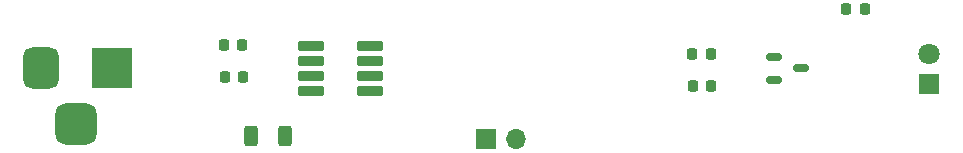
<source format=gbr>
%TF.GenerationSoftware,KiCad,Pcbnew,7.0.10*%
%TF.CreationDate,2024-11-23T21:13:02-08:00*%
%TF.ProjectId,charging-base rev1,63686172-6769-46e6-972d-626173652072,rev?*%
%TF.SameCoordinates,Original*%
%TF.FileFunction,Soldermask,Top*%
%TF.FilePolarity,Negative*%
%FSLAX46Y46*%
G04 Gerber Fmt 4.6, Leading zero omitted, Abs format (unit mm)*
G04 Created by KiCad (PCBNEW 7.0.10) date 2024-11-23 21:13:02*
%MOMM*%
%LPD*%
G01*
G04 APERTURE LIST*
G04 Aperture macros list*
%AMRoundRect*
0 Rectangle with rounded corners*
0 $1 Rounding radius*
0 $2 $3 $4 $5 $6 $7 $8 $9 X,Y pos of 4 corners*
0 Add a 4 corners polygon primitive as box body*
4,1,4,$2,$3,$4,$5,$6,$7,$8,$9,$2,$3,0*
0 Add four circle primitives for the rounded corners*
1,1,$1+$1,$2,$3*
1,1,$1+$1,$4,$5*
1,1,$1+$1,$6,$7*
1,1,$1+$1,$8,$9*
0 Add four rect primitives between the rounded corners*
20,1,$1+$1,$2,$3,$4,$5,0*
20,1,$1+$1,$4,$5,$6,$7,0*
20,1,$1+$1,$6,$7,$8,$9,0*
20,1,$1+$1,$8,$9,$2,$3,0*%
G04 Aperture macros list end*
%ADD10RoundRect,0.250000X-0.312500X-0.625000X0.312500X-0.625000X0.312500X0.625000X-0.312500X0.625000X0*%
%ADD11RoundRect,0.225000X0.225000X0.250000X-0.225000X0.250000X-0.225000X-0.250000X0.225000X-0.250000X0*%
%ADD12R,1.700000X1.700000*%
%ADD13O,1.700000X1.700000*%
%ADD14R,3.500000X3.500000*%
%ADD15RoundRect,0.750000X-0.750000X-1.000000X0.750000X-1.000000X0.750000X1.000000X-0.750000X1.000000X0*%
%ADD16RoundRect,0.875000X-0.875000X-0.875000X0.875000X-0.875000X0.875000X0.875000X-0.875000X0.875000X0*%
%ADD17R,1.800000X1.800000*%
%ADD18C,1.800000*%
%ADD19RoundRect,0.225000X-0.225000X-0.250000X0.225000X-0.250000X0.225000X0.250000X-0.225000X0.250000X0*%
%ADD20RoundRect,0.102000X-0.985000X-0.285000X0.985000X-0.285000X0.985000X0.285000X-0.985000X0.285000X0*%
%ADD21RoundRect,0.150000X-0.512500X-0.150000X0.512500X-0.150000X0.512500X0.150000X-0.512500X0.150000X0*%
G04 APERTURE END LIST*
D10*
%TO.C,R3*%
X128787500Y-105750000D03*
X131712500Y-105750000D03*
%TD*%
D11*
%TO.C,R4*%
X167750000Y-101500000D03*
X166200000Y-101500000D03*
%TD*%
D12*
%TO.C,J2*%
X148710000Y-106000000D03*
D13*
X151250000Y-106000000D03*
%TD*%
D11*
%TO.C,R2*%
X128075000Y-98000000D03*
X126525000Y-98000000D03*
%TD*%
D14*
%TO.C,J1*%
X117000000Y-100000000D03*
D15*
X111000000Y-100000000D03*
D16*
X114000000Y-104700000D03*
%TD*%
D17*
%TO.C,D1*%
X186250000Y-101274999D03*
D18*
X186250000Y-98734999D03*
%TD*%
D11*
%TO.C,R6*%
X180775000Y-95000000D03*
X179225000Y-95000000D03*
%TD*%
%TO.C,R1*%
X128167500Y-100750000D03*
X126617500Y-100750000D03*
%TD*%
D19*
%TO.C,R5*%
X166175000Y-98750000D03*
X167725000Y-98750000D03*
%TD*%
D20*
%TO.C,U1*%
X133917500Y-98095000D03*
X133917500Y-99365000D03*
X133917500Y-100635000D03*
X133917500Y-101905000D03*
X138867500Y-101905000D03*
X138867500Y-100635000D03*
X138867500Y-99365000D03*
X138867500Y-98095000D03*
%TD*%
D21*
%TO.C,Q1*%
X175387500Y-100000000D03*
X173112500Y-99050000D03*
X173112500Y-100950000D03*
%TD*%
M02*

</source>
